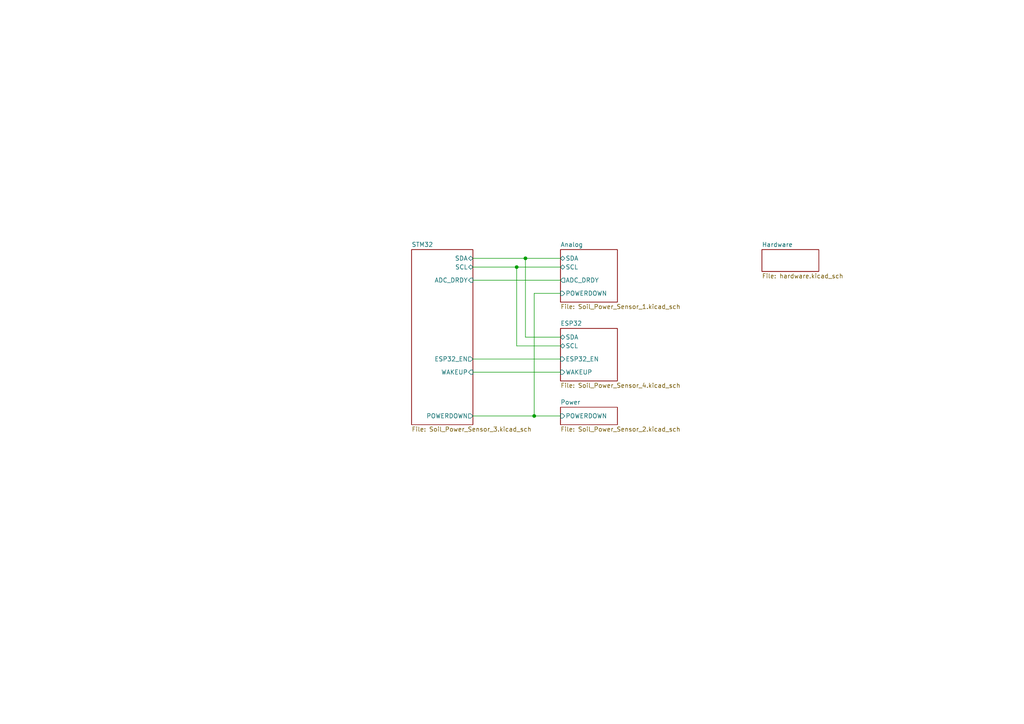
<source format=kicad_sch>
(kicad_sch
	(version 20231120)
	(generator "eeschema")
	(generator_version "8.0")
	(uuid "5300ec4d-4648-40a1-8d89-4fa6b3bf32a3")
	(paper "A4")
	(title_block
		(title "Soil Power Sensor")
		(date "2024-08-14")
		(rev "2.2.2")
		(company "jlab")
	)
	(lib_symbols)
	(junction
		(at 152.4 74.93)
		(diameter 0)
		(color 0 0 0 0)
		(uuid "8d7341c7-dd79-4e4f-8902-b2815fc4c4d7")
	)
	(junction
		(at 149.86 77.47)
		(diameter 0)
		(color 0 0 0 0)
		(uuid "ea776863-42ac-4d11-886a-f350cca94fc0")
	)
	(junction
		(at 154.94 120.65)
		(diameter 0)
		(color 0 0 0 0)
		(uuid "f7cec1b5-9846-47a4-9c33-a5436476adbe")
	)
	(wire
		(pts
			(xy 137.16 81.28) (xy 162.56 81.28)
		)
		(stroke
			(width 0)
			(type default)
		)
		(uuid "0ba4199e-f5f4-4f05-a714-29bbf23d63ce")
	)
	(wire
		(pts
			(xy 162.56 104.14) (xy 137.16 104.14)
		)
		(stroke
			(width 0)
			(type default)
		)
		(uuid "103360cc-de6a-46b4-8418-fc25f13e8fa8")
	)
	(wire
		(pts
			(xy 149.86 77.47) (xy 162.56 77.47)
		)
		(stroke
			(width 0)
			(type default)
		)
		(uuid "26813832-d57a-46ce-9878-c7bb8dbf569a")
	)
	(wire
		(pts
			(xy 137.16 107.95) (xy 162.56 107.95)
		)
		(stroke
			(width 0)
			(type default)
		)
		(uuid "39f17079-046e-4b01-afc6-5a50523afe92")
	)
	(wire
		(pts
			(xy 162.56 100.33) (xy 149.86 100.33)
		)
		(stroke
			(width 0)
			(type default)
		)
		(uuid "64e40376-0a1b-487f-b7dd-6daf616284d5")
	)
	(wire
		(pts
			(xy 154.94 85.09) (xy 154.94 120.65)
		)
		(stroke
			(width 0)
			(type default)
		)
		(uuid "7326eabc-37d4-41d2-b992-e3513cf22268")
	)
	(wire
		(pts
			(xy 152.4 74.93) (xy 162.56 74.93)
		)
		(stroke
			(width 0)
			(type default)
		)
		(uuid "7ee90e3f-51e0-479f-aeaa-acf00484bb6e")
	)
	(wire
		(pts
			(xy 137.16 74.93) (xy 152.4 74.93)
		)
		(stroke
			(width 0)
			(type default)
		)
		(uuid "979419f4-2f54-49cf-afd5-450cda53c784")
	)
	(wire
		(pts
			(xy 162.56 85.09) (xy 154.94 85.09)
		)
		(stroke
			(width 0)
			(type default)
		)
		(uuid "a6b2b825-59ed-4eba-b051-ad200ff689f1")
	)
	(wire
		(pts
			(xy 137.16 77.47) (xy 149.86 77.47)
		)
		(stroke
			(width 0)
			(type default)
		)
		(uuid "c04d8f7f-12da-4bfe-9ae7-abae3bdf63c1")
	)
	(wire
		(pts
			(xy 154.94 120.65) (xy 162.56 120.65)
		)
		(stroke
			(width 0)
			(type default)
		)
		(uuid "c7cdd873-2718-4029-8969-dce0d0d671c4")
	)
	(wire
		(pts
			(xy 149.86 77.47) (xy 149.86 100.33)
		)
		(stroke
			(width 0)
			(type default)
		)
		(uuid "d49e849c-8eb8-4003-b23e-652ae3144789")
	)
	(wire
		(pts
			(xy 162.56 97.79) (xy 152.4 97.79)
		)
		(stroke
			(width 0)
			(type default)
		)
		(uuid "e301a867-ab5b-4a17-a2ec-dae7787e906e")
	)
	(wire
		(pts
			(xy 152.4 74.93) (xy 152.4 97.79)
		)
		(stroke
			(width 0)
			(type default)
		)
		(uuid "fe42f2b2-c115-4748-8a15-02414aa8aab3")
	)
	(wire
		(pts
			(xy 137.16 120.65) (xy 154.94 120.65)
		)
		(stroke
			(width 0)
			(type default)
		)
		(uuid "ff291365-a34d-4ab4-8881-a9d78342de71")
	)
	(sheet
		(at 162.56 95.25)
		(size 16.51 15.24)
		(fields_autoplaced yes)
		(stroke
			(width 0)
			(type solid)
		)
		(fill
			(color 0 0 0 0.0000)
		)
		(uuid "1383843a-880b-4efd-8c7f-ecdf3639f794")
		(property "Sheetname" "ESP32"
			(at 162.56 94.5384 0)
			(effects
				(font
					(size 1.27 1.27)
				)
				(justify left bottom)
			)
		)
		(property "Sheetfile" "Soil_Power_Sensor_4.kicad_sch"
			(at 162.56 111.0746 0)
			(effects
				(font
					(size 1.27 1.27)
				)
				(justify left top)
			)
		)
		(pin "ESP32_EN" input
			(at 162.56 104.14 180)
			(effects
				(font
					(size 1.27 1.27)
				)
				(justify left)
			)
			(uuid "fc9d8c73-78a9-4d29-9140-91d3c1d3c196")
		)
		(pin "SCL" bidirectional
			(at 162.56 100.33 180)
			(effects
				(font
					(size 1.27 1.27)
				)
				(justify left)
			)
			(uuid "5c397cb8-f189-4189-aede-43b04c5825f0")
		)
		(pin "SDA" bidirectional
			(at 162.56 97.79 180)
			(effects
				(font
					(size 1.27 1.27)
				)
				(justify left)
			)
			(uuid "52fadeee-f5e9-4812-97dd-390d97a7f6b0")
		)
		(pin "WAKEUP" input
			(at 162.56 107.95 180)
			(effects
				(font
					(size 1.27 1.27)
				)
				(justify left)
			)
			(uuid "d9cee201-1177-4481-9471-6e610b7559fa")
		)
		(instances
			(project "Soil Power Sensor"
				(path "/5300ec4d-4648-40a1-8d89-4fa6b3bf32a3"
					(page "4")
				)
			)
		)
	)
	(sheet
		(at 119.38 72.39)
		(size 17.78 50.8)
		(fields_autoplaced yes)
		(stroke
			(width 0)
			(type solid)
		)
		(fill
			(color 0 0 0 0.0000)
		)
		(uuid "43a883bb-5678-46a3-a756-4c64cbfd0ddc")
		(property "Sheetname" "STM32"
			(at 119.38 71.6784 0)
			(effects
				(font
					(size 1.27 1.27)
				)
				(justify left bottom)
			)
		)
		(property "Sheetfile" "Soil_Power_Sensor_3.kicad_sch"
			(at 119.38 123.7746 0)
			(effects
				(font
					(size 1.27 1.27)
				)
				(justify left top)
			)
		)
		(pin "ESP32_EN" output
			(at 137.16 104.14 0)
			(effects
				(font
					(size 1.27 1.27)
				)
				(justify right)
			)
			(uuid "1311982c-fd4f-4a01-9e03-efeb5c3aec82")
		)
		(pin "ADC_DRDY" input
			(at 137.16 81.28 0)
			(effects
				(font
					(size 1.27 1.27)
				)
				(justify right)
			)
			(uuid "5e00031b-2ff9-4753-80b9-53314de04a3d")
		)
		(pin "SDA" bidirectional
			(at 137.16 74.93 0)
			(effects
				(font
					(size 1.27 1.27)
				)
				(justify right)
			)
			(uuid "9a3aaa22-0cb8-4764-807c-e6e57ffe8291")
		)
		(pin "SCL" bidirectional
			(at 137.16 77.47 0)
			(effects
				(font
					(size 1.27 1.27)
				)
				(justify right)
			)
			(uuid "a2004d96-48d3-4c0f-9a8a-ade1c3108b37")
		)
		(pin "POWERDOWN" output
			(at 137.16 120.65 0)
			(effects
				(font
					(size 1.27 1.27)
				)
				(justify right)
			)
			(uuid "a27ecaac-4503-405d-8212-1e2fb6019a3a")
		)
		(pin "WAKEUP" input
			(at 137.16 107.95 0)
			(effects
				(font
					(size 1.27 1.27)
				)
				(justify right)
			)
			(uuid "65b48d75-44ed-4534-a23e-5b68e921c317")
		)
		(instances
			(project "Soil Power Sensor"
				(path "/5300ec4d-4648-40a1-8d89-4fa6b3bf32a3"
					(page "3")
				)
			)
		)
	)
	(sheet
		(at 162.56 118.11)
		(size 16.51 5.08)
		(fields_autoplaced yes)
		(stroke
			(width 0)
			(type solid)
		)
		(fill
			(color 0 0 0 0.0000)
		)
		(uuid "642281e5-1644-4dc3-b6e5-bcf5b1c03ff1")
		(property "Sheetname" "Power"
			(at 162.56 117.3984 0)
			(effects
				(font
					(size 1.27 1.27)
				)
				(justify left bottom)
			)
		)
		(property "Sheetfile" "Soil_Power_Sensor_2.kicad_sch"
			(at 162.56 123.7746 0)
			(effects
				(font
					(size 1.27 1.27)
				)
				(justify left top)
			)
		)
		(pin "POWERDOWN" input
			(at 162.56 120.65 180)
			(effects
				(font
					(size 1.27 1.27)
				)
				(justify left)
			)
			(uuid "f775cc83-5e1c-4109-b329-cf4b1690b3cb")
		)
		(instances
			(project "Soil Power Sensor"
				(path "/5300ec4d-4648-40a1-8d89-4fa6b3bf32a3"
					(page "2")
				)
			)
		)
	)
	(sheet
		(at 162.56 72.39)
		(size 16.51 15.24)
		(fields_autoplaced yes)
		(stroke
			(width 0)
			(type solid)
		)
		(fill
			(color 0 0 0 0.0000)
		)
		(uuid "643deee0-b2c1-47dd-8bbd-6697ae8f1315")
		(property "Sheetname" "Analog"
			(at 162.56 71.6784 0)
			(effects
				(font
					(size 1.27 1.27)
				)
				(justify left bottom)
			)
		)
		(property "Sheetfile" "Soil_Power_Sensor_1.kicad_sch"
			(at 162.56 88.2146 0)
			(effects
				(font
					(size 1.27 1.27)
				)
				(justify left top)
			)
		)
		(pin "ADC_DRDY" output
			(at 162.56 81.28 180)
			(effects
				(font
					(size 1.27 1.27)
				)
				(justify left)
			)
			(uuid "285a4ee2-8037-47e7-a3f1-51443f55682e")
		)
		(pin "SCL" bidirectional
			(at 162.56 77.47 180)
			(effects
				(font
					(size 1.27 1.27)
				)
				(justify left)
			)
			(uuid "107e3b47-a82c-4c98-a2df-556713f8b51a")
		)
		(pin "SDA" bidirectional
			(at 162.56 74.93 180)
			(effects
				(font
					(size 1.27 1.27)
				)
				(justify left)
			)
			(uuid "760fa054-69ad-4170-b505-1e303a1e4654")
		)
		(pin "POWERDOWN" input
			(at 162.56 85.09 180)
			(effects
				(font
					(size 1.27 1.27)
				)
				(justify left)
			)
			(uuid "8c070388-ef54-47b5-a23f-22edd56660b8")
		)
		(instances
			(project "Soil Power Sensor"
				(path "/5300ec4d-4648-40a1-8d89-4fa6b3bf32a3"
					(page "1")
				)
			)
		)
	)
	(sheet
		(at 220.98 72.39)
		(size 16.51 6.35)
		(fields_autoplaced yes)
		(stroke
			(width 0.1524)
			(type solid)
		)
		(fill
			(color 0 0 0 0.0000)
		)
		(uuid "e8086a96-0786-4ae2-b425-e1003c006b3a")
		(property "Sheetname" "Hardware"
			(at 220.98 71.6784 0)
			(effects
				(font
					(size 1.27 1.27)
				)
				(justify left bottom)
			)
		)
		(property "Sheetfile" "hardware.kicad_sch"
			(at 220.98 79.3246 0)
			(effects
				(font
					(size 1.27 1.27)
				)
				(justify left top)
			)
		)
		(instances
			(project "Soil Power Sensor"
				(path "/5300ec4d-4648-40a1-8d89-4fa6b3bf32a3"
					(page "5")
				)
			)
		)
	)
	(sheet_instances
		(path "/"
			(page "1")
		)
	)
)

</source>
